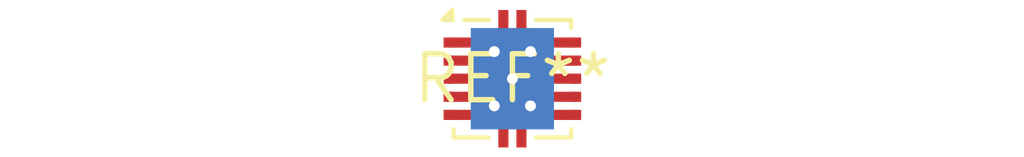
<source format=kicad_pcb>
(kicad_pcb (version 20240108) (generator pcbnew)
  (layers (0 "F.Cu" signal) (31 "B.Cu" signal) (34 "B.Paste" user) (35 "F.Paste" user) (36 "B.SilkS" user "B.Silkscreen") (37 "F.SilkS" user "F.Silkscreen") (38 "B.Mask" user) (39 "F.Mask" user) (44 "Edge.Cuts" user))
  (net 0 "")
  (footprint "Texas_DSC0010J_ThermalVias" (layer "F.Cu") (at 0 0)
    (property "Reference" "REF**")
    (property "Value" "Texas_DSC0010J_ThermalVias")
    (fp_line (start -1.625 1.625) (end -1.625 1.4) (layer "F.SilkS") (stroke (width 0.12)))
    (fp_line (start -1.625 1.625) (end -0.65 1.625) (layer "F.SilkS") (stroke (width 0.12)))
    (fp_line (start -1.335 -1.625) (end -0.65 -1.625) (layer "F.SilkS") (stroke (width 0.12)))
    (fp_line (start 0.65 -1.625) (end 1.625 -1.625) (layer "F.SilkS") (stroke (width 0.12)))
    (fp_line (start 0.65 1.625) (end 1.625 1.625) (layer "F.SilkS") (stroke (width 0.12)))
    (fp_line (start 1.625 -1.4) (end 1.625 -1.625) (layer "F.SilkS") (stroke (width 0.12)))
    (fp_line (start 1.625 1.4) (end 1.625 1.625) (layer "F.SilkS") (stroke (width 0.12)))
    (fp_poly (pts (xy -1.655 -1.625) (xy -1.935 -1.625) (xy -1.655 -1.905) (xy -1.655 -1.625)) (layer "F.SilkS") (stroke (width 0.12)) (fill solid))
    (pad "1" smd rect (at -1.76 -1) (size 0.28 0.28) (layers "F.Cu" "F.Paste" "F.Mask"))
    (pad "1" smd oval (at -1.475 -1) (size 0.85 0.28) (layers "F.Cu" "F.Paste" "F.Mask"))
    (pad "2" smd rect (at -1.76 -0.5) (size 0.28 0.28) (layers "F.Cu" "F.Paste" "F.Mask"))
    (pad "2" smd oval (at -1.475 -0.5) (size 0.85 0.28) (layers "F.Cu" "F.Paste" "F.Mask"))
    (pad "3" smd rect (at -1.76 0) (size 0.28 0.28) (layers "F.Cu" "F.Paste" "F.Mask"))
    (pad "3" smd oval (at -1.475 0) (size 0.85 0.28) (layers "F.Cu" "F.Paste" "F.Mask"))
    (pad "4" smd rect (at -1.76 0.5) (size 0.28 0.28) (layers "F.Cu" "F.Paste" "F.Mask"))
    (pad "4" smd oval (at -1.475 0.5) (size 0.85 0.28) (layers "F.Cu" "F.Paste" "F.Mask"))
    (pad "5" smd rect (at -1.76 1) (size 0.28 0.28) (layers "F.Cu" "F.Paste" "F.Mask"))
    (pad "5" smd oval (at -1.475 1) (size 0.85 0.28) (layers "F.Cu" "F.Paste" "F.Mask"))
    (pad "6" smd oval (at 1.475 1) (size 0.85 0.28) (layers "F.Cu" "F.Paste" "F.Mask"))
    (pad "6" smd rect (at 1.76 1) (size 0.28 0.28) (layers "F.Cu" "F.Paste" "F.Mask"))
    (pad "7" smd oval (at 1.475 0.5) (size 0.85 0.28) (layers "F.Cu" "F.Paste" "F.Mask"))
    (pad "7" smd rect (at 1.76 0.5) (size 0.28 0.28) (layers "F.Cu" "F.Paste" "F.Mask"))
    (pad "8" smd oval (at 1.475 0) (size 0.85 0.28) (layers "F.Cu" "F.Paste" "F.Mask"))
    (pad "8" smd rect (at 1.76 0) (size 0.28 0.28) (layers "F.Cu" "F.Paste" "F.Mask"))
    (pad "9" smd oval (at 1.475 -0.5) (size 0.85 0.28) (layers "F.Cu" "F.Paste" "F.Mask"))
    (pad "9" smd rect (at 1.76 -0.5) (size 0.28 0.28) (layers "F.Cu" "F.Paste" "F.Mask"))
    (pad "10" smd oval (at 1.475 -1) (size 0.85 0.28) (layers "F.Cu" "F.Paste" "F.Mask"))
    (pad "10" smd rect (at 1.76 -1) (size 0.28 0.28) (layers "F.Cu" "F.Paste" "F.Mask"))
    (pad "11" thru_hole circle (at -0.5 -0.75) (size 0.6 0.6) (drill 0.3) (layers *.Cu *.Mask) (remove_unused_layers))
    (pad "11" thru_hole circle (at -0.5 0.75) (size 0.6 0.6) (drill 0.3) (layers *.Cu *.Mask) (remove_unused_layers))
    (pad "11" smd rect (at -0.45 -0.635) (size 0.68 1.05) (layers "F.Cu" "F.Paste" "F.Mask"))
    (pad "11" smd rect (at -0.45 0.635) (size 0.68 1.05) (layers "F.Cu" "F.Paste" "F.Mask"))
    (pad "11" smd rect (at -0.25 -1.63) (size 0.26 0.5) (layers "F.Cu" "F.Paste" "F.Mask"))
    (pad "11" smd rect (at -0.25 -1.55) (size 0.28 0.7) (layers "F.Cu" "F.Mask"))
    (pad "11" smd rect (at -0.25 1.55) (size 0.28 0.7) (layers "F.Cu" "F.Mask"))
    (pad "11" smd rect (at -0.25 1.63) (size 0.26 0.5) (layers "F.Cu" "F.Paste" "F.Mask"))
    (pad "11" thru_hole circle (at 0 0) (size 0.6 0.6) (drill 0.3) (layers *.Cu *.Mask) (remove_unused_layers))
    (pad "11" smd rect (at 0 0) (size 1.65 2.4) (layers "F.Cu" "F.Mask"))
    (pad "11" smd rect (at 0 0) (size 2.3 2.8) (layers "B.Cu"))
    (pad "11" smd rect (at 0.25 -1.63) (size 0.26 0.5) (layers "F.Cu" "F.Paste" "F.Mask"))
    (pad "11" smd rect (at 0.25 -1.55) (size 0.28 0.7) (layers "F.Cu" "F.Mask"))
    (pad "11" smd rect (at 0.25 1.55) (size 0.28 0.7) (layers "F.Cu" "F.Mask"))
    (pad "11" smd rect (at 0.25 1.63) (size 0.26 0.5) (layers "F.Cu" "F.Paste" "F.Mask"))
    (pad "11" smd rect (at 0.45 -0.635) (size 0.68 1.05) (layers "F.Cu" "F.Paste" "F.Mask"))
    (pad "11" smd rect (at 0.45 0.635) (size 0.68 1.05) (layers "F.Cu" "F.Paste" "F.Mask"))
    (pad "11" thru_hole circle (at 0.5 -0.75) (size 0.6 0.6) (drill 0.3) (layers *.Cu *.Mask) (remove_unused_layers))
    (pad "11" thru_hole circle (at 0.5 0.75) (size 0.6 0.6) (drill 0.3) (layers *.Cu *.Mask) (remove_unused_layers))
  )
)
</source>
